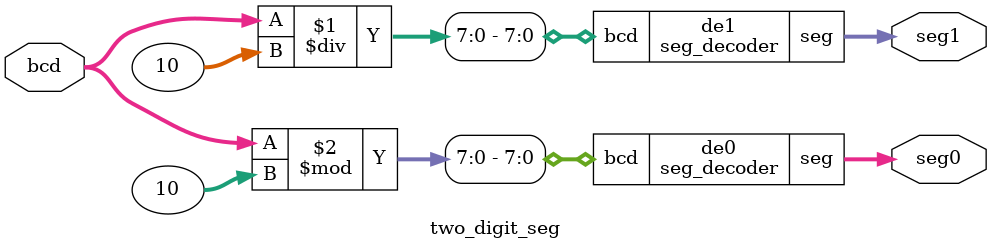
<source format=v>
module LAB2 (SW, CLOCK_50, HEX0, HEX1, HEX2, HEX3, HEX4, HEX5);
	input [9:0] SW;
	input CLOCK_50;
	output [6:0] HEX0, HEX1, HEX2, HEX3, HEX4, HEX5;
	wire [5:0] sec;
	wire [7:0] hour, min;
	
	timer Timer (CLOCK_50, SW[8], SW[9], SW[7:0], hour, min, sec);
	
	two_digit_seg sec_display(sec, HEX1, HEX0);
	two_digit_seg min_display(min, HEX3, HEX2);
	two_digit_seg hour_display(hour, HEX5, HEX4);
endmodule

module timer (clk, set, select, setting_time, hour, min, sec);
	input clk, set, select;
	input [7:0] setting_time;
	output [7:0] hour, min;
	output [5:0] sec;
	reg [7:0] hour, min;
	reg [5:0] sec;
	reg [25:0] sec_count;
	integer flag = 0;	//for the purpose of posedge of set

	always @(posedge clk) begin
		//clock 00:00:00 ~ 23:59:59
		if(sec_count >= 50000000) begin
			sec_count = 0;
			sec = sec + 1;
			if(sec >= 60) begin
				sec = 0;
				min = min + 1;
				if(min >= 60) begin
					min = 0;
					hour = hour + 1;
					if(hour >= 24) begin
						hour = 0;
						min = 0;
						sec = 0;
					end
				end
			end
		end
		else begin
			sec_count = sec_count + 1;
		end
		//set hour or min
		if(set == 1) begin
			if(flag == 0) begin
				flag = 1;
				if(select == 1) begin
					//setting hour time must be less than 24
					if(setting_time > 23)
						hour = 23;
					else begin
						hour = setting_time;
					end
				end
				else begin
					//setting minute time must be less than 60
					if(setting_time > 59)
						min = 59;
					else begin
						min = setting_time;
					end
				end
			end
		end
		else begin
			flag = 0;
		end
	end
endmodule

//bcd to seg
module seg_decoder (bcd, seg);
	input [7:0] bcd;
	output [6:0] seg;
	reg [6:0] seg;
	
	always @(bcd) begin
		case (bcd)
			0 : seg = 7'b1000000;
			1 : seg = 7'b1111001;
			2 : seg = 7'b0100100;
			3 : seg = 7'b0110000;
			4 : seg = 7'b0011001;
			5 : seg = 7'b0010010;
			6 : seg = 7'b0000010;
			7 : seg = 7'b1111000;
			8 : seg = 7'b0000000;
			9 : seg = 7'b0010000;
			//lights out
			default : seg = 7'b1111111;
		endcase
	end
endmodule

//display two digit in seg
module two_digit_seg (bcd, seg1, seg0);
	input [7:0] bcd;
	output [6:0] seg1, seg0;
	
	seg_decoder de1(bcd/10, seg1);
	seg_decoder de0(bcd%10, seg0);
endmodule
</source>
